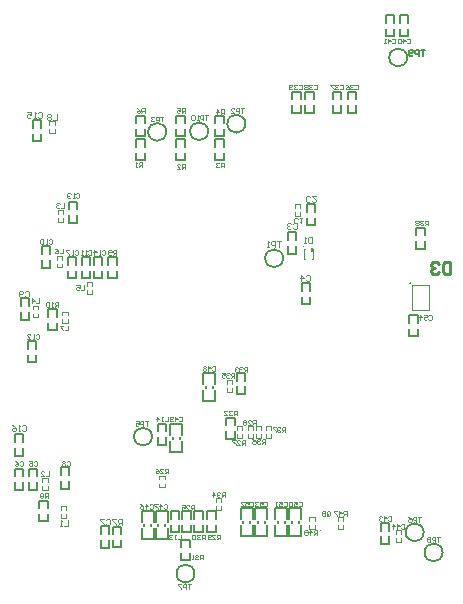
<source format=gbr>
%TF.GenerationSoftware,Altium Limited,Altium Designer,20.1.11 (218)*%
G04 Layer_Color=32896*
%FSLAX45Y45*%
%MOMM*%
%TF.SameCoordinates,C7425212-4277-447C-8971-9BA6FDDE4791*%
%TF.FilePolarity,Positive*%
%TF.FileFunction,Legend,Bot*%
%TF.Part,Single*%
G01*
G75*
%TA.AperFunction,NonConductor*%
%ADD51C,0.20000*%
%ADD64C,0.10000*%
%ADD85C,0.15000*%
%ADD86C,0.15240*%
%ADD87C,0.12500*%
%ADD88C,0.25400*%
%ADD89C,0.15400*%
%ADD90R,0.15001X0.10003*%
%ADD91R,0.15001X0.09997*%
%ADD92R,0.15001X0.35001*%
%ADD93R,0.12502X0.35001*%
D51*
X4613503Y2662998D02*
G03*
X4613503Y2662998I-5000J0D01*
G01*
X3199998Y630001D02*
Y650001D01*
X3259998Y630001D02*
Y650001D01*
X3489999Y630001D02*
Y650001D01*
X3549999Y630001D02*
Y650001D01*
X2360001Y599998D02*
Y619998D01*
X2420001Y599998D02*
Y619998D01*
X3610000Y630002D02*
Y650002D01*
X3670000Y630002D02*
Y650002D01*
X3380002Y629998D02*
Y649998D01*
X3320002Y629998D02*
Y649998D01*
X2879999Y1770002D02*
Y1790001D01*
X2939999Y1770002D02*
Y1790001D01*
X2540000Y600000D02*
Y620000D01*
X2480000Y600000D02*
Y620000D01*
X2659998Y1339999D02*
Y1359999D01*
X2599998Y1339999D02*
Y1359999D01*
D64*
X3852500Y567501D02*
G03*
X3852500Y567501I-5000J0D01*
G01*
X3710002Y2972999D02*
G03*
X3710002Y2972999I-5000J0D01*
G01*
X3715004Y2863000D02*
X3720002D01*
X3780002D02*
X3785001D01*
X3715004Y2952997D02*
X3720002D01*
X3780002D02*
X3785001D01*
Y2863000D02*
Y2952997D01*
X3715004Y2863000D02*
Y2952997D01*
X2003326Y2933329D02*
X2009990Y2939994D01*
X2023319D01*
X2029984Y2933329D01*
Y2906671D01*
X2023319Y2900007D01*
X2009990D01*
X2003326Y2906671D01*
X1989997Y2900007D02*
X1976668D01*
X1983332D01*
Y2939994D01*
X1989997Y2933329D01*
X1936681Y2900007D02*
Y2939994D01*
X1956674Y2920000D01*
X1930016D01*
X4426658Y683329D02*
X4433322Y689994D01*
X4446652D01*
X4453316Y683329D01*
Y656671D01*
X4446652Y650007D01*
X4433322D01*
X4426658Y656671D01*
X4393335Y650007D02*
Y689994D01*
X4413329Y670000D01*
X4386671D01*
X4373342Y683329D02*
X4366678Y689994D01*
X4353348D01*
X4346684Y683329D01*
Y676665D01*
X4353348Y670000D01*
X4360013D01*
X4353348D01*
X4346684Y663335D01*
Y656671D01*
X4353348Y650007D01*
X4366678D01*
X4373342Y656671D01*
X4586658Y4723329D02*
X4593322Y4729993D01*
X4606651D01*
X4613316Y4723329D01*
Y4696671D01*
X4606651Y4690006D01*
X4593322D01*
X4586658Y4696671D01*
X4553335Y4690006D02*
Y4729993D01*
X4573329Y4710000D01*
X4546671D01*
X4533342Y4723329D02*
X4526678Y4729993D01*
X4513348D01*
X4506684Y4723329D01*
Y4696671D01*
X4513348Y4690006D01*
X4526678D01*
X4533342Y4696671D01*
Y4723329D01*
X4459993Y4723329D02*
X4466658Y4729994D01*
X4479987D01*
X4486651Y4723329D01*
Y4696671D01*
X4479987Y4690007D01*
X4466658D01*
X4459993Y4696671D01*
X4426671Y4690007D02*
Y4729994D01*
X4446664Y4710000D01*
X4420006D01*
X4406677Y4690007D02*
X4393349D01*
X4400013D01*
Y4729994D01*
X4406677Y4723329D01*
X1553331Y1068501D02*
Y1028514D01*
X1526673D01*
X1486686D02*
X1513344D01*
X1486686Y1055172D01*
Y1061837D01*
X1493350Y1068501D01*
X1506679D01*
X1513344Y1061837D01*
X1553326Y3023329D02*
X1559990Y3029994D01*
X1573319D01*
X1579984Y3023329D01*
Y2996671D01*
X1573319Y2990007D01*
X1559990D01*
X1553326Y2996671D01*
X1539997Y2990007D02*
X1526668D01*
X1533332D01*
Y3029994D01*
X1539997Y3023329D01*
X1506674D02*
X1500010Y3029994D01*
X1486681D01*
X1480016Y3023329D01*
Y2996671D01*
X1486681Y2990007D01*
X1500010D01*
X1506674Y2996671D01*
Y3023329D01*
X2899977Y4079994D02*
X2873319D01*
X2886648D01*
Y4040007D01*
X2859990D02*
Y4079994D01*
X2839997D01*
X2833332Y4073329D01*
Y4060000D01*
X2839997Y4053336D01*
X2859990D01*
X2820003Y4040007D02*
X2806674D01*
X2813339D01*
Y4079994D01*
X2820003Y4073329D01*
X2786681D02*
X2780016Y4079994D01*
X2766687D01*
X2760023Y4073329D01*
Y4046671D01*
X2766687Y4040007D01*
X2780016D01*
X2786681Y4046671D01*
Y4073329D01*
X4863316Y509994D02*
X4836658D01*
X4849987D01*
Y470007D01*
X4823329D02*
Y509994D01*
X4803335D01*
X4796671Y503329D01*
Y490000D01*
X4803335Y483336D01*
X4823329D01*
X4783342Y503329D02*
X4776678Y509994D01*
X4763348D01*
X4756684Y503329D01*
Y496665D01*
X4763348Y490000D01*
X4756684Y483336D01*
Y476671D01*
X4763348Y470007D01*
X4776678D01*
X4783342Y476671D01*
Y483336D01*
X4776678Y490000D01*
X4783342Y496665D01*
Y503329D01*
X4776678Y490000D02*
X4763348D01*
X2753316Y109994D02*
X2726658D01*
X2739987D01*
Y70007D01*
X2713329D02*
Y109994D01*
X2693335D01*
X2686671Y103329D01*
Y90000D01*
X2693335Y83336D01*
X2713329D01*
X2673342Y109994D02*
X2646684D01*
Y103329D01*
X2673342Y76671D01*
Y70007D01*
X4703316Y679994D02*
X4676658D01*
X4689987D01*
Y640007D01*
X4663329D02*
Y679994D01*
X4643335D01*
X4636671Y673329D01*
Y660000D01*
X4643335Y653335D01*
X4663329D01*
X4596684Y679994D02*
X4610013Y673329D01*
X4623342Y660000D01*
Y646671D01*
X4616678Y640007D01*
X4603348D01*
X4596684Y646671D01*
Y653335D01*
X4603348Y660000D01*
X4623342D01*
X2393316Y1489994D02*
X2366658D01*
X2379987D01*
Y1450007D01*
X2353329D02*
Y1489994D01*
X2333335D01*
X2326671Y1483329D01*
Y1470000D01*
X2333335Y1463336D01*
X2353329D01*
X2286684Y1489994D02*
X2313342D01*
Y1470000D01*
X2300013Y1476665D01*
X2293348D01*
X2286684Y1470000D01*
Y1456671D01*
X2293348Y1450007D01*
X2306678D01*
X2313342Y1456671D01*
X2523316Y4069994D02*
X2496658D01*
X2509987D01*
Y4030007D01*
X2483329D02*
Y4069994D01*
X2463335D01*
X2456671Y4063329D01*
Y4050000D01*
X2463335Y4043336D01*
X2483329D01*
X2443342Y4063329D02*
X2436677Y4069994D01*
X2423348D01*
X2416684Y4063329D01*
Y4056665D01*
X2423348Y4050000D01*
X2430013D01*
X2423348D01*
X2416684Y4043336D01*
Y4036671D01*
X2423348Y4030007D01*
X2436677D01*
X2443342Y4036671D01*
X3203316Y4139993D02*
X3176658D01*
X3189987D01*
Y4100007D01*
X3163329D02*
Y4139993D01*
X3143335D01*
X3136671Y4133329D01*
Y4120000D01*
X3143335Y4113335D01*
X3163329D01*
X3096684Y4100007D02*
X3123342D01*
X3096684Y4126665D01*
Y4133329D01*
X3103348Y4139993D01*
X3116678D01*
X3123342Y4133329D01*
X3518314Y3014992D02*
X3484992D01*
X3501653D01*
Y2965008D01*
X3468330D02*
Y3014992D01*
X3443339D01*
X3435008Y3006661D01*
Y2990000D01*
X3443339Y2981669D01*
X3468330D01*
X3418347Y2965008D02*
X3401686D01*
X3410016D01*
Y3014992D01*
X3418347Y3006661D01*
X3823316Y530007D02*
Y569994D01*
X3803322D01*
X3796658Y563329D01*
Y550000D01*
X3803322Y543335D01*
X3823316D01*
X3809987D02*
X3796658Y530007D01*
X3763335D02*
Y569994D01*
X3783329Y550000D01*
X3756671D01*
X3743342Y563329D02*
X3736678Y569994D01*
X3723348D01*
X3716684Y563329D01*
Y556665D01*
X3723348Y550000D01*
X3716684Y543335D01*
Y536671D01*
X3723348Y530007D01*
X3736678D01*
X3743342Y536671D01*
Y543335D01*
X3736678Y550000D01*
X3743342Y556665D01*
Y563329D01*
X3736678Y550000D02*
X3723348D01*
X4073316Y690007D02*
Y729994D01*
X4053322D01*
X4046658Y723329D01*
Y710000D01*
X4053322Y703336D01*
X4073316D01*
X4059987D02*
X4046658Y690007D01*
X4013335D02*
Y729994D01*
X4033329Y710000D01*
X4006671D01*
X3993342Y729994D02*
X3966684D01*
Y723329D01*
X3993342Y696671D01*
Y690007D01*
X4763316Y3150007D02*
Y3189994D01*
X4743322D01*
X4736658Y3183329D01*
Y3170000D01*
X4743322Y3163336D01*
X4763316D01*
X4749987D02*
X4736658Y3150007D01*
X4723329Y3183329D02*
X4716664Y3189994D01*
X4703335D01*
X4696671Y3183329D01*
Y3176665D01*
X4703335Y3170000D01*
X4710000D01*
X4703335D01*
X4696671Y3163336D01*
Y3156671D01*
X4703335Y3150007D01*
X4716664D01*
X4723329Y3156671D01*
X4683342Y3183329D02*
X4676677Y3189994D01*
X4663348D01*
X4656684Y3183329D01*
Y3176665D01*
X4663348Y3170000D01*
X4656684Y3163336D01*
Y3156671D01*
X4663348Y3150007D01*
X4676677D01*
X4683342Y3156671D01*
Y3163336D01*
X4676677Y3170000D01*
X4683342Y3176665D01*
Y3183329D01*
X4676677Y3170000D02*
X4663348D01*
X3553316Y1400007D02*
Y1439994D01*
X3533322D01*
X3526658Y1433329D01*
Y1420000D01*
X3533322Y1413336D01*
X3553316D01*
X3539987D02*
X3526658Y1400007D01*
X3513329Y1433329D02*
X3506665Y1439994D01*
X3493335D01*
X3486671Y1433329D01*
Y1426665D01*
X3493335Y1420000D01*
X3500000D01*
X3493335D01*
X3486671Y1413336D01*
Y1406671D01*
X3493335Y1400007D01*
X3506665D01*
X3513329Y1406671D01*
X3473342Y1439994D02*
X3446684D01*
Y1433329D01*
X3473342Y1406671D01*
Y1400007D01*
X3383316Y1300007D02*
Y1339994D01*
X3363322D01*
X3356658Y1333329D01*
Y1320000D01*
X3363322Y1313335D01*
X3383316D01*
X3369987D02*
X3356658Y1300007D01*
X3343329Y1333329D02*
X3336664Y1339994D01*
X3323335D01*
X3316671Y1333329D01*
Y1326665D01*
X3323335Y1320000D01*
X3330000D01*
X3323335D01*
X3316671Y1313335D01*
Y1306671D01*
X3323335Y1300007D01*
X3336664D01*
X3343329Y1306671D01*
X3276684Y1339994D02*
X3290013Y1333329D01*
X3303342Y1320000D01*
Y1306671D01*
X3296677Y1300007D01*
X3283348D01*
X3276684Y1306671D01*
Y1313335D01*
X3283348Y1320000D01*
X3303342D01*
X3123316Y1860007D02*
Y1899994D01*
X3103322D01*
X3096658Y1893329D01*
Y1880000D01*
X3103322Y1873336D01*
X3123316D01*
X3109987D02*
X3096658Y1860007D01*
X3083329Y1893329D02*
X3076664Y1899994D01*
X3063335D01*
X3056671Y1893329D01*
Y1886665D01*
X3063335Y1880000D01*
X3070000D01*
X3063335D01*
X3056671Y1873336D01*
Y1866671D01*
X3063335Y1860007D01*
X3076664D01*
X3083329Y1866671D01*
X3016684Y1899994D02*
X3043342D01*
Y1880000D01*
X3030013Y1886665D01*
X3023348D01*
X3016684Y1880000D01*
Y1866671D01*
X3023348Y1860007D01*
X3036677D01*
X3043342Y1866671D01*
X3043316Y850007D02*
Y889994D01*
X3023322D01*
X3016658Y883329D01*
Y870000D01*
X3023322Y863336D01*
X3043316D01*
X3029987D02*
X3016658Y850007D01*
X3003329Y883329D02*
X2996665Y889994D01*
X2983335D01*
X2976671Y883329D01*
Y876665D01*
X2983335Y870000D01*
X2990000D01*
X2983335D01*
X2976671Y863336D01*
Y856671D01*
X2983335Y850007D01*
X2996665D01*
X3003329Y856671D01*
X2943348Y850007D02*
Y889994D01*
X2963342Y870000D01*
X2936684D01*
X3233316Y1910007D02*
Y1949994D01*
X3213322D01*
X3206658Y1943329D01*
Y1930000D01*
X3213322Y1923335D01*
X3233316D01*
X3219987D02*
X3206658Y1910007D01*
X3193329Y1943329D02*
X3186664Y1949994D01*
X3173335D01*
X3166671Y1943329D01*
Y1936665D01*
X3173335Y1930000D01*
X3180000D01*
X3173335D01*
X3166671Y1923335D01*
Y1916671D01*
X3173335Y1910007D01*
X3186664D01*
X3193329Y1916671D01*
X3153342Y1943329D02*
X3146677Y1949994D01*
X3133348D01*
X3126684Y1943329D01*
Y1936665D01*
X3133348Y1930000D01*
X3140013D01*
X3133348D01*
X3126684Y1923335D01*
Y1916671D01*
X3133348Y1910007D01*
X3146677D01*
X3153342Y1916671D01*
X3143316Y1540007D02*
Y1579994D01*
X3123322D01*
X3116658Y1573329D01*
Y1560000D01*
X3123322Y1553335D01*
X3143316D01*
X3129987D02*
X3116658Y1540007D01*
X3103329Y1573329D02*
X3096664Y1579994D01*
X3083335D01*
X3076671Y1573329D01*
Y1566665D01*
X3083335Y1560000D01*
X3090000D01*
X3083335D01*
X3076671Y1553335D01*
Y1546671D01*
X3083335Y1540007D01*
X3096664D01*
X3103329Y1546671D01*
X3036684Y1540007D02*
X3063342D01*
X3036684Y1566665D01*
Y1573329D01*
X3043348Y1579994D01*
X3056677D01*
X3063342Y1573329D01*
X2856651Y320007D02*
Y359994D01*
X2836658D01*
X2829993Y353329D01*
Y340000D01*
X2836658Y333336D01*
X2856651D01*
X2843322D02*
X2829993Y320007D01*
X2816664Y353329D02*
X2810000Y359994D01*
X2796671D01*
X2790006Y353329D01*
Y346665D01*
X2796671Y340000D01*
X2803336D01*
X2796671D01*
X2790006Y333336D01*
Y326671D01*
X2796671Y320007D01*
X2810000D01*
X2816664Y326671D01*
X2776677Y320007D02*
X2763349D01*
X2770013D01*
Y359994D01*
X2776677Y353329D01*
X2873316Y490007D02*
Y529994D01*
X2853322D01*
X2846658Y523329D01*
Y510000D01*
X2853322Y503336D01*
X2873316D01*
X2859987D02*
X2846658Y490007D01*
X2833329Y523329D02*
X2826664Y529994D01*
X2813335D01*
X2806671Y523329D01*
Y516665D01*
X2813335Y510000D01*
X2820000D01*
X2813335D01*
X2806671Y503336D01*
Y496671D01*
X2813335Y490007D01*
X2826664D01*
X2833329Y496671D01*
X2793342Y523329D02*
X2786677Y529994D01*
X2773348D01*
X2766684Y523329D01*
Y496671D01*
X2773348Y490007D01*
X2786677D01*
X2793342Y496671D01*
Y523329D01*
X3003316Y490007D02*
Y529994D01*
X2983322D01*
X2976658Y523329D01*
Y510000D01*
X2983322Y503336D01*
X3003316D01*
X2989987D02*
X2976658Y490007D01*
X2936671D02*
X2963329D01*
X2936671Y516665D01*
Y523329D01*
X2943335Y529994D01*
X2956664D01*
X2963329Y523329D01*
X2923342Y496671D02*
X2916677Y490007D01*
X2903348D01*
X2896684Y496671D01*
Y523329D01*
X2903348Y529994D01*
X2916677D01*
X2923342Y523329D01*
Y516665D01*
X2916677Y510000D01*
X2896684D01*
X3303316Y1460007D02*
Y1499994D01*
X3283322D01*
X3276658Y1493329D01*
Y1480000D01*
X3283322Y1473336D01*
X3303316D01*
X3289987D02*
X3276658Y1460007D01*
X3236671D02*
X3263329D01*
X3236671Y1486665D01*
Y1493329D01*
X3243335Y1499994D01*
X3256665D01*
X3263329Y1493329D01*
X3223342D02*
X3216678Y1499994D01*
X3203348D01*
X3196684Y1493329D01*
Y1486665D01*
X3203348Y1480000D01*
X3196684Y1473336D01*
Y1466671D01*
X3203348Y1460007D01*
X3216678D01*
X3223342Y1466671D01*
Y1473336D01*
X3216678Y1480000D01*
X3223342Y1486665D01*
Y1493329D01*
X3216678Y1480000D02*
X3203348D01*
X3213316Y1290007D02*
Y1329994D01*
X3193322D01*
X3186658Y1323329D01*
Y1310000D01*
X3193322Y1303335D01*
X3213316D01*
X3199987D02*
X3186658Y1290007D01*
X3146671D02*
X3173329D01*
X3146671Y1316665D01*
Y1323329D01*
X3153335Y1329994D01*
X3166664D01*
X3173329Y1323329D01*
X3133342Y1329994D02*
X3106684D01*
Y1323329D01*
X3133342Y1296671D01*
Y1290007D01*
X2563316Y1050007D02*
Y1089994D01*
X2543322D01*
X2536658Y1083329D01*
Y1070000D01*
X2543322Y1063335D01*
X2563316D01*
X2549987D02*
X2536658Y1050007D01*
X2496671D02*
X2523329D01*
X2496671Y1076665D01*
Y1083329D01*
X2503335Y1089994D01*
X2516665D01*
X2523329Y1083329D01*
X2456684Y1089994D02*
X2470013Y1083329D01*
X2483342Y1070000D01*
Y1056671D01*
X2476678Y1050007D01*
X2463348D01*
X2456684Y1056671D01*
Y1063335D01*
X2463348Y1070000D01*
X2483342D01*
X2783316Y740007D02*
Y779994D01*
X2763322D01*
X2756658Y773329D01*
Y760000D01*
X2763322Y753336D01*
X2783316D01*
X2769987D02*
X2756658Y740007D01*
X2716671D02*
X2743329D01*
X2716671Y766665D01*
Y773329D01*
X2723335Y779994D01*
X2736664D01*
X2743329Y773329D01*
X2676684Y779994D02*
X2703342D01*
Y760000D01*
X2690013Y766665D01*
X2683348D01*
X2676684Y760000D01*
Y746671D01*
X2683348Y740007D01*
X2696677D01*
X2703342Y746671D01*
X1629984Y2460007D02*
Y2499994D01*
X1609990D01*
X1603325Y2493329D01*
Y2480000D01*
X1609990Y2473336D01*
X1629984D01*
X1616655D02*
X1603325Y2460007D01*
X1589997D02*
X1576668D01*
X1583332D01*
Y2499994D01*
X1589997Y2493329D01*
X1556674D02*
X1550010Y2499994D01*
X1536680D01*
X1530016Y2493329D01*
Y2466671D01*
X1536680Y2460007D01*
X1550010D01*
X1556674Y2466671D01*
Y2493329D01*
X2123325Y2900007D02*
Y2939994D01*
X2103331D01*
X2096667Y2933330D01*
Y2920001D01*
X2103331Y2913336D01*
X2123325D01*
X2109996D02*
X2096667Y2900007D01*
X2083338Y2906672D02*
X2076673Y2900007D01*
X2063344D01*
X2056680Y2906672D01*
Y2933330D01*
X2063344Y2939994D01*
X2076673D01*
X2083338Y2933330D01*
Y2926665D01*
X2076673Y2920001D01*
X2056680D01*
X1543323Y840007D02*
Y879994D01*
X1523329D01*
X1516664Y873329D01*
Y860000D01*
X1523329Y853336D01*
X1543323D01*
X1529994D02*
X1516664Y840007D01*
X1503336Y873329D02*
X1496671Y879994D01*
X1483342D01*
X1476678Y873329D01*
Y866665D01*
X1483342Y860000D01*
X1476678Y853336D01*
Y846671D01*
X1483342Y840007D01*
X1496671D01*
X1503336Y846671D01*
Y853336D01*
X1496671Y860000D01*
X1503336Y866665D01*
Y873329D01*
X1496671Y860000D02*
X1483342D01*
X2171653Y615008D02*
Y664992D01*
X2146661D01*
X2138330Y656661D01*
Y640000D01*
X2146661Y631669D01*
X2171653D01*
X2154992D02*
X2138330Y615008D01*
X2121669Y664992D02*
X2088347D01*
Y656661D01*
X2121669Y623339D01*
Y615008D01*
X2363322Y4100007D02*
Y4139993D01*
X2343329D01*
X2336664Y4133329D01*
Y4120000D01*
X2343329Y4113335D01*
X2363322D01*
X2349994D02*
X2336664Y4100007D01*
X2296677Y4139993D02*
X2310007Y4133329D01*
X2323335Y4120000D01*
Y4106671D01*
X2316671Y4100007D01*
X2303342D01*
X2296677Y4106671D01*
Y4113335D01*
X2303342Y4120000D01*
X2323335D01*
X2703323Y4100007D02*
Y4139993D01*
X2683329D01*
X2676664Y4133329D01*
Y4120000D01*
X2683329Y4113335D01*
X2703323D01*
X2689994D02*
X2676664Y4100007D01*
X2636677Y4139993D02*
X2663336D01*
Y4120000D01*
X2650007Y4126665D01*
X2643342D01*
X2636677Y4120000D01*
Y4106671D01*
X2643342Y4100007D01*
X2656671D01*
X2663336Y4106671D01*
X3033323Y4090007D02*
Y4129994D01*
X3013329D01*
X3006665Y4123329D01*
Y4110000D01*
X3013329Y4103335D01*
X3033323D01*
X3019994D02*
X3006665Y4090007D01*
X2973342D02*
Y4129994D01*
X2993336Y4110000D01*
X2966678D01*
X3033323Y3640007D02*
Y3679994D01*
X3013329D01*
X3006665Y3673329D01*
Y3660000D01*
X3013329Y3653336D01*
X3033323D01*
X3019994D02*
X3006665Y3640007D01*
X2993336Y3673329D02*
X2986671Y3679994D01*
X2973342D01*
X2966678Y3673329D01*
Y3666665D01*
X2973342Y3660000D01*
X2980007D01*
X2973342D01*
X2966678Y3653336D01*
Y3646671D01*
X2973342Y3640007D01*
X2986671D01*
X2993336Y3646671D01*
X2703323Y3630007D02*
Y3669994D01*
X2683329D01*
X2676664Y3663329D01*
Y3650000D01*
X2683329Y3643336D01*
X2703323D01*
X2689994D02*
X2676664Y3630007D01*
X2636677D02*
X2663336D01*
X2636677Y3656665D01*
Y3663329D01*
X2643342Y3669994D01*
X2656671D01*
X2663336Y3663329D01*
X2341258Y3644607D02*
Y3684594D01*
X2321264D01*
X2314600Y3677929D01*
Y3664600D01*
X2321264Y3657936D01*
X2341258D01*
X2327929D02*
X2314600Y3644607D01*
X2301271D02*
X2287942D01*
X2294607D01*
Y3684594D01*
X2301271Y3677929D01*
X3906665Y696671D02*
Y723329D01*
X3913329Y729994D01*
X3926658D01*
X3933323Y723329D01*
Y696671D01*
X3926658Y690007D01*
X3913329D01*
X3919994Y703336D02*
X3906665Y690007D01*
X3913329D02*
X3906665Y696671D01*
X3893336Y723329D02*
X3886671Y729994D01*
X3873342D01*
X3866678Y723329D01*
Y716665D01*
X3873342Y710000D01*
X3866678Y703336D01*
Y696671D01*
X3873342Y690007D01*
X3886671D01*
X3893336Y696671D01*
Y703336D01*
X3886671Y710000D01*
X3893336Y716665D01*
Y723329D01*
X3886671Y710000D02*
X3873342D01*
X2559984Y1529994D02*
Y1490007D01*
X2533326D01*
X2519997D02*
X2506668D01*
X2513332D01*
Y1529994D01*
X2519997Y1523329D01*
X2466681Y1490007D02*
Y1529994D01*
X2486674Y1510000D01*
X2460016D01*
X2669984Y529994D02*
Y490007D01*
X2643326D01*
X2629997D02*
X2616668D01*
X2623332D01*
Y529994D01*
X2629997Y523329D01*
X2596674D02*
X2590010Y529994D01*
X2576681D01*
X2570016Y523329D01*
Y516665D01*
X2576681Y510000D01*
X2583345D01*
X2576681D01*
X2570016Y503336D01*
Y496671D01*
X2576681Y490007D01*
X2590010D01*
X2596674Y496671D01*
X1621653Y4094992D02*
Y4045008D01*
X1588330D01*
X1571669Y4086661D02*
X1563339Y4094992D01*
X1546677D01*
X1538347Y4086661D01*
Y4078331D01*
X1546677Y4070000D01*
X1538347Y4061669D01*
Y4053339D01*
X1546677Y4045008D01*
X1563339D01*
X1571669Y4053339D01*
Y4061669D01*
X1563339Y4070000D01*
X1571669Y4078331D01*
Y4086661D01*
X1563339Y4070000D02*
X1546677D01*
X1713322Y2299994D02*
Y2260007D01*
X1686664D01*
X1673335Y2299994D02*
X1646677D01*
Y2293329D01*
X1673335Y2266671D01*
Y2260007D01*
X1673317Y2951489D02*
Y2911502D01*
X1646659D01*
X1606672Y2951489D02*
X1620001Y2944824D01*
X1633330Y2931495D01*
Y2918166D01*
X1626665Y2911502D01*
X1613336D01*
X1606672Y2918166D01*
Y2924831D01*
X1613336Y2931495D01*
X1633330D01*
X1853322Y2639994D02*
Y2600007D01*
X1826664D01*
X1786677Y2639994D02*
X1813335D01*
Y2620000D01*
X1800007Y2626665D01*
X1793342D01*
X1786677Y2620000D01*
Y2606671D01*
X1793342Y2600007D01*
X1806671D01*
X1813335Y2606671D01*
X1473322Y2529994D02*
Y2490007D01*
X1446664D01*
X1413342D02*
Y2529994D01*
X1433335Y2510000D01*
X1406677D01*
X1683323Y3339994D02*
Y3300007D01*
X1656664D01*
X1643336Y3333329D02*
X1636671Y3339994D01*
X1623342D01*
X1616677Y3333329D01*
Y3326665D01*
X1623342Y3320000D01*
X1630007D01*
X1623342D01*
X1616677Y3313336D01*
Y3306671D01*
X1623342Y3300007D01*
X1636671D01*
X1643336Y3306671D01*
X1713322Y654992D02*
Y605008D01*
X1680000D01*
X1663339D02*
X1646677D01*
X1655008D01*
Y654992D01*
X1663339Y646661D01*
X3783324Y3052991D02*
Y3003007D01*
X3758332D01*
X3750002Y3011338D01*
Y3044660D01*
X3758332Y3052991D01*
X3783324D01*
X3733341Y3003007D02*
X3716679D01*
X3725010D01*
Y3052991D01*
X3733341Y3044660D01*
X4766658Y2383329D02*
X4773322Y2389993D01*
X4786652D01*
X4793316Y2383329D01*
Y2356671D01*
X4786652Y2350006D01*
X4773322D01*
X4766658Y2356671D01*
X4726671Y2389993D02*
X4753329D01*
Y2370000D01*
X4740000Y2376665D01*
X4733335D01*
X4726671Y2370000D01*
Y2356671D01*
X4733335Y2350006D01*
X4746665D01*
X4753329Y2356671D01*
X4693348Y2350006D02*
Y2389993D01*
X4713342Y2370000D01*
X4686684D01*
X3376658Y803329D02*
X3383322Y809994D01*
X3396651D01*
X3403316Y803329D01*
Y776671D01*
X3396651Y770007D01*
X3383322D01*
X3376658Y776671D01*
X3336671Y809994D02*
X3363329D01*
Y790000D01*
X3350000Y796665D01*
X3343335D01*
X3336671Y790000D01*
Y776671D01*
X3343335Y770007D01*
X3356664D01*
X3363329Y776671D01*
X3323342Y803329D02*
X3316677Y809994D01*
X3303348D01*
X3296684Y803329D01*
Y796665D01*
X3303348Y790000D01*
X3310013D01*
X3303348D01*
X3296684Y783335D01*
Y776671D01*
X3303348Y770007D01*
X3316677D01*
X3323342Y776671D01*
X3256658Y803329D02*
X3263322Y809994D01*
X3276651D01*
X3283316Y803329D01*
Y776671D01*
X3276651Y770007D01*
X3263322D01*
X3256658Y776671D01*
X3216671Y809994D02*
X3243329D01*
Y790000D01*
X3230000Y796665D01*
X3223335D01*
X3216671Y790000D01*
Y776671D01*
X3223335Y770007D01*
X3236664D01*
X3243329Y776671D01*
X3176684Y770007D02*
X3203342D01*
X3176684Y796665D01*
Y803329D01*
X3183348Y809994D01*
X3196677D01*
X3203342Y803329D01*
X3539993D02*
X3546658Y809994D01*
X3559987D01*
X3566651Y803329D01*
Y776671D01*
X3559987Y770007D01*
X3546658D01*
X3539993Y776671D01*
X3500006Y809994D02*
X3526665D01*
Y790000D01*
X3513336Y796665D01*
X3506671D01*
X3500006Y790000D01*
Y776671D01*
X3506671Y770007D01*
X3520000D01*
X3526665Y776671D01*
X3486678Y770007D02*
X3473349D01*
X3480013D01*
Y809994D01*
X3486678Y803329D01*
X3666658D02*
X3673322Y809994D01*
X3686652D01*
X3693316Y803329D01*
Y776671D01*
X3686652Y770007D01*
X3673322D01*
X3666658Y776671D01*
X3626671Y809994D02*
X3653329D01*
Y790000D01*
X3640000Y796665D01*
X3633335D01*
X3626671Y790000D01*
Y776671D01*
X3633335Y770007D01*
X3646665D01*
X3653329Y776671D01*
X3613342Y803329D02*
X3606678Y809994D01*
X3593348D01*
X3586684Y803329D01*
Y776671D01*
X3593348Y770007D01*
X3606678D01*
X3613342Y776671D01*
Y803329D01*
X2656658Y1523329D02*
X2663322Y1529994D01*
X2676651D01*
X2683316Y1523329D01*
Y1496671D01*
X2676651Y1490007D01*
X2663322D01*
X2656658Y1496671D01*
X2623335Y1490007D02*
Y1529994D01*
X2643329Y1510000D01*
X2616671D01*
X2603342Y1496671D02*
X2596678Y1490007D01*
X2583348D01*
X2576684Y1496671D01*
Y1523329D01*
X2583348Y1529994D01*
X2596678D01*
X2603342Y1523329D01*
Y1516665D01*
X2596678Y1510000D01*
X2576684D01*
X2936658Y1953329D02*
X2943322Y1959994D01*
X2956651D01*
X2963316Y1953329D01*
Y1926671D01*
X2956651Y1920007D01*
X2943322D01*
X2936658Y1926671D01*
X2903335Y1920007D02*
Y1959994D01*
X2923329Y1940000D01*
X2896671D01*
X2883342Y1953329D02*
X2876678Y1959994D01*
X2863348D01*
X2856684Y1953329D01*
Y1946665D01*
X2863348Y1940000D01*
X2856684Y1933335D01*
Y1926671D01*
X2863348Y1920007D01*
X2876678D01*
X2883342Y1926671D01*
Y1933335D01*
X2876678Y1940000D01*
X2883342Y1946665D01*
Y1953329D01*
X2876678Y1940000D02*
X2863348D01*
X2526658Y783329D02*
X2533322Y789994D01*
X2546651D01*
X2553316Y783329D01*
Y756671D01*
X2546651Y750007D01*
X2533322D01*
X2526658Y756671D01*
X2493335Y750007D02*
Y789994D01*
X2513329Y770000D01*
X2486671D01*
X2473342Y789994D02*
X2446684D01*
Y783329D01*
X2473342Y756671D01*
Y750007D01*
X2406658Y783329D02*
X2413322Y789994D01*
X2426651D01*
X2433316Y783329D01*
Y756671D01*
X2426651Y750007D01*
X2413322D01*
X2406658Y756671D01*
X2373335Y750007D02*
Y789994D01*
X2393329Y770000D01*
X2366671D01*
X2326684Y789994D02*
X2340013Y783329D01*
X2353342Y770000D01*
Y756671D01*
X2346678Y750007D01*
X2333348D01*
X2326684Y756671D01*
Y763336D01*
X2333348Y770000D01*
X2353342D01*
X4536658Y613329D02*
X4543322Y619993D01*
X4556652D01*
X4563316Y613329D01*
Y586671D01*
X4556652Y580006D01*
X4543322D01*
X4536658Y586671D01*
X4503335Y580006D02*
Y619993D01*
X4523329Y600000D01*
X4496671D01*
X4463348Y580006D02*
Y619993D01*
X4483342Y600000D01*
X4456684D01*
X3666658Y4333329D02*
X3673322Y4339994D01*
X3686652D01*
X3693316Y4333329D01*
Y4306671D01*
X3686652Y4300007D01*
X3673322D01*
X3666658Y4306671D01*
X3653329Y4333329D02*
X3646665Y4339994D01*
X3633335D01*
X3626671Y4333329D01*
Y4326665D01*
X3633335Y4320000D01*
X3640000D01*
X3633335D01*
X3626671Y4313336D01*
Y4306671D01*
X3633335Y4300007D01*
X3646665D01*
X3653329Y4306671D01*
X3613342D02*
X3606678Y4300007D01*
X3593348D01*
X3586684Y4306671D01*
Y4333329D01*
X3593348Y4339994D01*
X3606678D01*
X3613342Y4333329D01*
Y4326665D01*
X3606678Y4320000D01*
X3586684D01*
X3796658Y4333329D02*
X3803322Y4339994D01*
X3816651D01*
X3823316Y4333329D01*
Y4306671D01*
X3816651Y4300007D01*
X3803322D01*
X3796658Y4306671D01*
X3783329Y4333329D02*
X3776665Y4339994D01*
X3763335D01*
X3756671Y4333329D01*
Y4326665D01*
X3763335Y4320000D01*
X3770000D01*
X3763335D01*
X3756671Y4313336D01*
Y4306671D01*
X3763335Y4300007D01*
X3776665D01*
X3783329Y4306671D01*
X3743342Y4333329D02*
X3736678Y4339994D01*
X3723348D01*
X3716684Y4333329D01*
Y4326665D01*
X3723348Y4320000D01*
X3716684Y4313336D01*
Y4306671D01*
X3723348Y4300007D01*
X3736678D01*
X3743342Y4306671D01*
Y4313336D01*
X3736678Y4320000D01*
X3743342Y4326665D01*
Y4333329D01*
X3736678Y4320000D02*
X3723348D01*
X4016656Y4333330D02*
X4023320Y4339994D01*
X4036649D01*
X4043314Y4333330D01*
Y4306672D01*
X4036649Y4300007D01*
X4023320D01*
X4016656Y4306672D01*
X4003327Y4333330D02*
X3996662Y4339994D01*
X3983333D01*
X3976669Y4333330D01*
Y4326665D01*
X3983333Y4320001D01*
X3989998D01*
X3983333D01*
X3976669Y4313336D01*
Y4306672D01*
X3983333Y4300007D01*
X3996662D01*
X4003327Y4306672D01*
X3963340Y4339994D02*
X3936682D01*
Y4333330D01*
X3963340Y4306672D01*
Y4300007D01*
X4146658Y4333329D02*
X4153322Y4339994D01*
X4166652D01*
X4173316Y4333329D01*
Y4306671D01*
X4166652Y4300007D01*
X4153322D01*
X4146658Y4306671D01*
X4133329Y4333329D02*
X4126665Y4339994D01*
X4113335D01*
X4106671Y4333329D01*
Y4326665D01*
X4113335Y4320000D01*
X4120000D01*
X4113335D01*
X4106671Y4313336D01*
Y4306671D01*
X4113335Y4300007D01*
X4126665D01*
X4133329Y4306671D01*
X4066684Y4339994D02*
X4080013Y4333329D01*
X4093342Y4320000D01*
Y4306671D01*
X4086678Y4300007D01*
X4073348D01*
X4066684Y4306671D01*
Y4313336D01*
X4073348Y4320000D01*
X4093342D01*
X1773326Y2933329D02*
X1779990Y2939994D01*
X1793319D01*
X1799984Y2933329D01*
Y2906671D01*
X1793319Y2900007D01*
X1779990D01*
X1773326Y2906671D01*
X1759997Y2900007D02*
X1746668D01*
X1753332D01*
Y2939994D01*
X1759997Y2933329D01*
X1726674Y2939994D02*
X1700016D01*
Y2933329D01*
X1726674Y2906671D01*
Y2900007D01*
X1329157Y1446664D02*
X1337487Y1454994D01*
X1354148D01*
X1362479Y1446664D01*
Y1413341D01*
X1354148Y1405010D01*
X1337487D01*
X1329157Y1413341D01*
X1312495Y1405010D02*
X1295834D01*
X1304165D01*
Y1454994D01*
X1312495Y1446664D01*
X1237520Y1454994D02*
X1254181Y1446664D01*
X1270842Y1430002D01*
Y1413341D01*
X1262512Y1405010D01*
X1245850D01*
X1237520Y1413341D01*
Y1421672D01*
X1245850Y1430002D01*
X1270842D01*
X1459157Y4096661D02*
X1467488Y4104992D01*
X1484149D01*
X1492480Y4096661D01*
Y4063339D01*
X1484149Y4055008D01*
X1467488D01*
X1459157Y4063339D01*
X1442496Y4055008D02*
X1425835D01*
X1434165D01*
Y4104992D01*
X1442496Y4096661D01*
X1367520Y4104992D02*
X1400843D01*
Y4080000D01*
X1384182Y4088331D01*
X1375851D01*
X1367520Y4080000D01*
Y4063339D01*
X1375851Y4055008D01*
X1392512D01*
X1400843Y4063339D01*
X1783326Y3413329D02*
X1789990Y3419994D01*
X1803319D01*
X1809984Y3413329D01*
Y3386671D01*
X1803319Y3380007D01*
X1789990D01*
X1783326Y3386671D01*
X1769997Y3380007D02*
X1756668D01*
X1763332D01*
Y3419994D01*
X1769997Y3413329D01*
X1736674D02*
X1730010Y3419994D01*
X1716681D01*
X1710016Y3413329D01*
Y3406665D01*
X1716681Y3400000D01*
X1723345D01*
X1716681D01*
X1710016Y3393336D01*
Y3386671D01*
X1716681Y3380007D01*
X1730010D01*
X1736674Y3386671D01*
X1443326Y2223329D02*
X1449990Y2229994D01*
X1463319D01*
X1469984Y2223329D01*
Y2196671D01*
X1463319Y2190007D01*
X1449990D01*
X1443326Y2196671D01*
X1429997Y2190007D02*
X1416668D01*
X1423332D01*
Y2229994D01*
X1429997Y2223329D01*
X1370016Y2190007D02*
X1396674D01*
X1370016Y2216665D01*
Y2223329D01*
X1376681Y2229994D01*
X1390010D01*
X1396674Y2223329D01*
X1886661Y2933329D02*
X1893326Y2939994D01*
X1906655D01*
X1913319Y2933329D01*
Y2906671D01*
X1906655Y2900007D01*
X1893326D01*
X1886661Y2906671D01*
X1873332Y2900007D02*
X1860003D01*
X1866668D01*
Y2939994D01*
X1873332Y2933329D01*
X1840010Y2900007D02*
X1826681D01*
X1833345D01*
Y2939994D01*
X1840010Y2933329D01*
X1348331Y2586661D02*
X1356661Y2594992D01*
X1373322D01*
X1381653Y2586661D01*
Y2553339D01*
X1373322Y2545008D01*
X1356661D01*
X1348331Y2553339D01*
X1331669D02*
X1323339Y2545008D01*
X1306678D01*
X1298347Y2553339D01*
Y2586661D01*
X1306678Y2594992D01*
X1323339D01*
X1331669Y2586661D01*
Y2578331D01*
X1323339Y2570000D01*
X1298347D01*
X1704166Y1148329D02*
X1710831Y1154993D01*
X1724160D01*
X1730824Y1148329D01*
Y1121671D01*
X1724160Y1115006D01*
X1710831D01*
X1704166Y1121671D01*
X1690837Y1148329D02*
X1684173Y1154993D01*
X1670844D01*
X1664179Y1148329D01*
Y1141664D01*
X1670844Y1135000D01*
X1664179Y1128335D01*
Y1121671D01*
X1670844Y1115006D01*
X1684173D01*
X1690837Y1121671D01*
Y1128335D01*
X1684173Y1135000D01*
X1690837Y1141664D01*
Y1148329D01*
X1684173Y1135000D02*
X1670844D01*
X2038330Y656661D02*
X2046661Y664992D01*
X2063322D01*
X2071653Y656661D01*
Y623339D01*
X2063322Y615008D01*
X2046661D01*
X2038330Y623339D01*
X2021669Y664992D02*
X1988347D01*
Y656661D01*
X2021669Y623339D01*
Y615008D01*
X1306664Y1143329D02*
X1313329Y1149994D01*
X1326658D01*
X1333322Y1143329D01*
Y1116671D01*
X1326658Y1110007D01*
X1313329D01*
X1306664Y1116671D01*
X1266677Y1149994D02*
X1280007Y1143329D01*
X1293335Y1130000D01*
Y1116671D01*
X1286671Y1110007D01*
X1273342D01*
X1266677Y1116671D01*
Y1123336D01*
X1273342Y1130000D01*
X1293335D01*
X1426664Y1143329D02*
X1433329Y1149994D01*
X1446658D01*
X1453322Y1143329D01*
Y1116671D01*
X1446658Y1110007D01*
X1433329D01*
X1426664Y1116671D01*
X1386677Y1149994D02*
X1413336D01*
Y1130000D01*
X1400007Y1136665D01*
X1393342D01*
X1386677Y1130000D01*
Y1116671D01*
X1393342Y1110007D01*
X1406671D01*
X1413336Y1116671D01*
X3728329Y2716662D02*
X3736659Y2724993D01*
X3753320D01*
X3761651Y2716662D01*
Y2683340D01*
X3753320Y2675009D01*
X3736659D01*
X3728329Y2683340D01*
X3686676Y2675009D02*
Y2724993D01*
X3711667Y2700001D01*
X3678345D01*
X3618332Y3156661D02*
X3626663Y3164992D01*
X3643324D01*
X3651655Y3156661D01*
Y3123339D01*
X3643324Y3115008D01*
X3626663D01*
X3618332Y3123339D01*
X3601671Y3156661D02*
X3593341Y3164992D01*
X3576679D01*
X3568349Y3156661D01*
Y3148331D01*
X3576679Y3140000D01*
X3585010D01*
X3576679D01*
X3568349Y3131669D01*
Y3123339D01*
X3576679Y3115008D01*
X3593341D01*
X3601671Y3123339D01*
X3761670Y3353339D02*
X3753339Y3345008D01*
X3736678D01*
X3728347Y3353339D01*
Y3386661D01*
X3736678Y3394992D01*
X3753339D01*
X3761670Y3386661D01*
X3811653Y3394992D02*
X3778331D01*
X3811653Y3361669D01*
Y3353339D01*
X3803323Y3345008D01*
X3786661D01*
X3778331Y3353339D01*
X3660000Y3173339D02*
X3651670Y3165008D01*
X3635008D01*
X3626678Y3173339D01*
Y3206661D01*
X3635008Y3214992D01*
X3651670D01*
X3660000Y3206661D01*
X3676661Y3214992D02*
X3693323D01*
X3684992D01*
Y3165008D01*
X3676661Y3173339D01*
D85*
X3536200Y2870000D02*
G03*
X3536200Y2870000I-76200J0D01*
G01*
X4586201Y4570001D02*
G03*
X4586201Y4570001I-76200J0D01*
G01*
X2901200Y3945000D02*
G03*
X2901200Y3945000I-76200J0D01*
G01*
X2546200Y3940000D02*
G03*
X2546200Y3940000I-76200J0D01*
G01*
X3216200Y4010000D02*
G03*
X3216200Y4010000I-76200J0D01*
G01*
X2786199Y199998D02*
G03*
X2786199Y199998I-76200J0D01*
G01*
X2426199Y1359998D02*
G03*
X2426199Y1359998I-76200J0D01*
G01*
X4886200Y380000D02*
G03*
X4886200Y380000I-76200J0D01*
G01*
X4726200Y550000D02*
G03*
X4726200Y550000I-76200J0D01*
G01*
D86*
X1994992Y534990D02*
Y599994D01*
Y419994D02*
Y484993D01*
X2064989Y534990D02*
Y599994D01*
Y419994D02*
Y484993D01*
X1994992Y419994D02*
X2064989D01*
X1994992Y599994D02*
X2064989D01*
X4475010Y4750010D02*
Y4815008D01*
Y4865011D02*
Y4930009D01*
X4405008Y4750010D02*
Y4815008D01*
Y4865011D02*
Y4930009D01*
X4475010D01*
X4405008Y4750010D02*
X4475010D01*
X4595008Y4750009D02*
Y4815008D01*
Y4865010D02*
Y4930009D01*
X4525006Y4750009D02*
Y4815008D01*
Y4865010D02*
Y4930009D01*
X4595008D01*
X4525006Y4750009D02*
X4595008D01*
X3179998Y665002D02*
Y757499D01*
Y522498D02*
Y615000D01*
X3279998Y665002D02*
Y757499D01*
Y522498D02*
Y615000D01*
X3179998Y522498D02*
X3279998D01*
X3179998Y757499D02*
X3279998D01*
X3469999Y664997D02*
Y757499D01*
Y522498D02*
Y615000D01*
X3569999Y664997D02*
Y757499D01*
Y522498D02*
Y615000D01*
X3469999Y522498D02*
X3569999D01*
X3469999Y757499D02*
X3569999D01*
X2340001Y634999D02*
Y727501D01*
Y492500D02*
Y585002D01*
X2440001Y634999D02*
Y727501D01*
Y492500D02*
Y585002D01*
X2340001Y492500D02*
X2440001D01*
X2340001Y727501D02*
X2440001D01*
X3590000Y664998D02*
Y757500D01*
Y522499D02*
Y615001D01*
X3690000Y664998D02*
Y757500D01*
Y522499D02*
Y615001D01*
X3590000Y522499D02*
X3690000D01*
X3590000Y757500D02*
X3690000D01*
X4435010Y450009D02*
Y515008D01*
Y565010D02*
Y630009D01*
X4365007Y450009D02*
Y515008D01*
Y565010D02*
Y630009D01*
X4435010D01*
X4365007Y450009D02*
X4435010D01*
X4662499Y2952501D02*
X4737501D01*
X4662499Y3127502D02*
X4737501D01*
X4662499Y3064998D02*
Y3127502D01*
Y2952501D02*
Y3015001D01*
X4737501Y3064998D02*
Y3127502D01*
Y2952501D02*
Y3015001D01*
X4604993Y2324990D02*
Y2389994D01*
Y2209989D02*
Y2274993D01*
X4674990Y2324990D02*
Y2389994D01*
Y2209989D02*
Y2274993D01*
X4604993Y2209989D02*
X4674990D01*
X4604993Y2389994D02*
X4674990D01*
X1657496Y1034989D02*
Y1099993D01*
Y919993D02*
Y984992D01*
X1727493Y1034989D02*
Y1099993D01*
Y919993D02*
Y984992D01*
X1657496Y919993D02*
X1727493D01*
X1657496Y1099993D02*
X1727493D01*
X1414993Y3974993D02*
Y4039992D01*
Y3859992D02*
Y3924991D01*
X1484990Y3974993D02*
Y4039992D01*
Y3859992D02*
Y3924991D01*
X1414993Y3859992D02*
X1484990D01*
X1414993Y4039992D02*
X1484990D01*
X2052504Y2877500D02*
X2127500D01*
X2052504Y2702500D02*
X2127500D01*
Y2764999D01*
Y2815001D02*
Y2877500D01*
X2052504Y2702500D02*
Y2764999D01*
Y2815001D02*
Y2877500D01*
X1494989Y2969995D02*
X1564991D01*
X1494989Y2789990D02*
X1564991D01*
Y2854994D01*
Y2904991D02*
Y2969995D01*
X1494989Y2789990D02*
Y2854994D01*
Y2904991D02*
Y2969995D01*
X1374990Y2104990D02*
Y2169994D01*
Y1989994D02*
Y2054993D01*
X1444993Y2104990D02*
Y2169994D01*
Y1989994D02*
Y2054993D01*
X1374990Y1989994D02*
X1444993D01*
X1374990Y2169994D02*
X1444993D01*
X2292498Y3877500D02*
X2367499D01*
X2292498Y3702499D02*
X2367499D01*
Y3764998D01*
Y3815001D02*
Y3877500D01*
X2292498Y3702499D02*
Y3764998D01*
Y3815001D02*
Y3877500D01*
X1714993Y2814991D02*
Y2879990D01*
Y2699990D02*
Y2764994D01*
X1784990Y2814991D02*
Y2879990D01*
Y2699990D02*
Y2764994D01*
X1714993Y2699990D02*
X1784990D01*
X1714993Y2879990D02*
X1784990D01*
X2632498Y3815003D02*
Y3877502D01*
Y3702501D02*
Y3765000D01*
X2707499Y3815003D02*
Y3877502D01*
Y3702501D02*
Y3765000D01*
X2632498Y3702501D02*
X2707499D01*
X2632498Y3877502D02*
X2707499D01*
X2962501D02*
X3037502D01*
X2962501Y3702501D02*
X3037502D01*
Y3765000D01*
Y3815003D02*
Y3877502D01*
X2962501Y3702501D02*
Y3765000D01*
Y3815003D02*
Y3877502D01*
X1834993Y2814989D02*
Y2879993D01*
Y2699993D02*
Y2764992D01*
X1904990Y2814989D02*
Y2879993D01*
Y2699993D02*
Y2764992D01*
X1834993Y2699993D02*
X1904990D01*
X1834993Y2879993D02*
X1904990D01*
X1314993Y2464992D02*
Y2529991D01*
Y2349991D02*
Y2414990D01*
X1384990Y2464992D02*
Y2529991D01*
Y2349991D02*
Y2414990D01*
X1314993Y2349991D02*
X1384990D01*
X1314993Y2529991D02*
X1384990D01*
X1725010Y3170009D02*
X1795007D01*
X1725010Y3350009D02*
X1795007D01*
X1725010Y3285010D02*
Y3350009D01*
Y3170009D02*
Y3235008D01*
X1795007Y3285010D02*
Y3350009D01*
Y3170009D02*
Y3235008D01*
X1934989Y2879990D02*
X2004991D01*
X1934989Y2699990D02*
X2004991D01*
Y2764989D01*
Y2814991D02*
Y2879990D01*
X1934989Y2699990D02*
Y2764989D01*
Y2814991D02*
Y2879990D01*
X1542502Y2375002D02*
Y2437502D01*
Y2262501D02*
Y2325000D01*
X1617498Y2375002D02*
Y2437502D01*
Y2262501D02*
Y2325000D01*
X1542502Y2262501D02*
X1617498D01*
X1542502Y2437502D02*
X1617498D01*
X1264994Y1379995D02*
X1334991D01*
X1264994Y1199995D02*
X1334991D01*
Y1264994D01*
Y1314991D02*
Y1379995D01*
X1264994Y1199995D02*
Y1264994D01*
Y1314991D02*
Y1379995D01*
X1385007Y910007D02*
X1455009D01*
X1385007Y1090007D02*
X1455009D01*
X1385007Y1025008D02*
Y1090007D01*
Y910007D02*
Y975006D01*
X1455009Y1025008D02*
Y1090007D01*
Y910007D02*
Y975006D01*
X2167502Y422499D02*
Y484998D01*
Y535000D02*
Y597500D01*
X2092501Y422499D02*
Y484998D01*
Y535000D02*
Y597500D01*
X2167502D01*
X2092501Y422499D02*
X2167502D01*
X1547502Y642499D02*
Y704998D01*
Y755001D02*
Y817500D01*
X1472501Y642499D02*
Y704998D01*
Y755001D02*
Y817500D01*
X1547502D01*
X1472501Y642499D02*
X1547502D01*
X1265009Y910009D02*
X1335007D01*
X1265009Y1090008D02*
X1335007D01*
X1265009Y1025010D02*
Y1090008D01*
Y910009D02*
Y975007D01*
X1335007Y1025010D02*
Y1090008D01*
Y910009D02*
Y975007D01*
X3037498Y3902498D02*
Y3964997D01*
Y4015000D02*
Y4077499D01*
X2962502Y3902498D02*
Y3964997D01*
Y4015000D02*
Y4077499D01*
X3037498D01*
X2962502Y3902498D02*
X3037498D01*
X3695007Y2480011D02*
X3765009D01*
X3695007Y2660010D02*
X3765009D01*
X3695007Y2595007D02*
Y2660010D01*
Y2480011D02*
Y2545009D01*
X3765009Y2595007D02*
Y2660010D01*
Y2480011D02*
Y2545009D01*
X3575008Y2910010D02*
X3645010D01*
X3575008Y3090009D02*
X3645010D01*
X3575008Y3025006D02*
Y3090009D01*
Y2910010D02*
Y2975008D01*
X3645010Y3025006D02*
Y3090009D01*
Y2910010D02*
Y2975008D01*
X2707500Y3902500D02*
Y3964999D01*
Y4015002D02*
Y4077501D01*
X2632499Y3902500D02*
Y3964999D01*
Y4015002D02*
Y4077501D01*
X2707500D01*
X2632499Y3902500D02*
X2707500D01*
X2367499D02*
Y3964999D01*
Y4015002D02*
Y4077501D01*
X2292498Y3902500D02*
Y3964999D01*
Y4015002D02*
Y4077501D01*
X2367499D01*
X2292498Y3902500D02*
X2367499D01*
X3734990Y3329992D02*
X3804993D01*
X3734990Y3149992D02*
X3804993D01*
Y3214991D01*
Y3264993D02*
Y3329992D01*
X3734990Y3149992D02*
Y3214991D01*
Y3264993D02*
Y3329992D01*
X2474991Y1404990D02*
Y1469994D01*
Y1289994D02*
Y1354992D01*
X2544993Y1404990D02*
Y1469994D01*
Y1289994D02*
Y1354992D01*
X2474991Y1289994D02*
X2544993D01*
X2474991Y1469994D02*
X2544993D01*
X2584992Y664989D02*
Y729993D01*
Y549993D02*
Y614992D01*
X2654994Y664989D02*
Y729993D01*
Y549993D02*
Y614992D01*
X2584992Y549993D02*
X2654994D01*
X2584992Y729993D02*
X2654994D01*
X3300002Y757501D02*
X3400002D01*
X3300002Y522500D02*
X3400002D01*
Y615002D01*
Y664999D02*
Y757501D01*
X3300002Y522500D02*
Y615002D01*
Y664999D02*
Y757501D01*
X2757502Y552500D02*
Y614999D01*
Y665001D02*
Y727500D01*
X2682501Y552500D02*
Y614999D01*
Y665001D02*
Y727500D01*
X2757502D01*
X2682501Y552500D02*
X2757502D01*
X2782501Y665000D02*
Y727499D01*
Y552498D02*
Y614998D01*
X2857503Y665000D02*
Y727499D01*
Y552498D02*
Y614998D01*
X2782501Y552498D02*
X2857503D01*
X2782501Y727499D02*
X2857503D01*
X3127499Y1342501D02*
Y1405000D01*
Y1455002D02*
Y1517502D01*
X3052498Y1342501D02*
Y1405000D01*
Y1455002D02*
Y1517502D01*
X3127499D01*
X3052498Y1342501D02*
X3127499D01*
X2892498Y665000D02*
Y727499D01*
Y552499D02*
Y614998D01*
X2967499Y665000D02*
Y727499D01*
Y552499D02*
Y614998D01*
X2892498Y552499D02*
X2967499D01*
X2892498Y727499D02*
X2967499D01*
X2672499Y425002D02*
Y487502D01*
Y312501D02*
Y375000D01*
X2747500Y425002D02*
Y487502D01*
Y312501D02*
Y375000D01*
X2672499Y312501D02*
X2747500D01*
X2672499Y487502D02*
X2747500D01*
X2859999Y1662499D02*
X2959999D01*
X2859999Y1897499D02*
X2959999D01*
X2859999Y1804998D02*
Y1897499D01*
Y1662499D02*
Y1755000D01*
X2959999Y1804998D02*
Y1897499D01*
Y1662499D02*
Y1755000D01*
X2460000Y727498D02*
X2560000D01*
X2460000Y492502D02*
X2560000D01*
Y584999D01*
Y635001D02*
Y727498D01*
X2460000Y492502D02*
Y584999D01*
Y635001D02*
Y727498D01*
X3142500Y1835000D02*
Y1897500D01*
Y1722499D02*
Y1784998D01*
X3217501Y1835000D02*
Y1897500D01*
Y1722499D02*
Y1784998D01*
X3142500Y1722499D02*
X3217501D01*
X3142500Y1897500D02*
X3217501D01*
X2579998Y1467502D02*
X2679998D01*
X2579998Y1232501D02*
X2679998D01*
Y1325002D01*
Y1375000D02*
Y1467502D01*
X2579998Y1232501D02*
Y1325002D01*
Y1375000D02*
Y1467502D01*
X3614994Y4279995D02*
X3684996D01*
X3614994Y4099995D02*
X3684996D01*
Y4164994D01*
Y4214991D02*
Y4279995D01*
X3614994Y4099995D02*
Y4164994D01*
Y4214991D02*
Y4279995D01*
X3724992Y4279994D02*
X3794990D01*
X3724992Y4099994D02*
X3794990D01*
Y4164993D01*
Y4214990D02*
Y4279994D01*
X3724992Y4099994D02*
Y4164993D01*
Y4214990D02*
Y4279994D01*
X3954989Y4279995D02*
X4024992D01*
X3954989Y4099995D02*
X4024992D01*
Y4164994D01*
Y4214991D02*
Y4279995D01*
X3954989Y4099995D02*
Y4164994D01*
Y4214991D02*
Y4279995D01*
X4084991Y4279994D02*
X4154993D01*
X4084991Y4099994D02*
X4154993D01*
Y4164993D01*
Y4214990D02*
Y4279994D01*
X4084991Y4099994D02*
Y4164993D01*
Y4214990D02*
Y4279994D01*
D87*
X3147999Y1351002D02*
X3192002D01*
X3147999Y1449000D02*
X3192002D01*
X3147999Y1417499D02*
Y1449000D01*
Y1351002D02*
Y1382503D01*
X3192002Y1417499D02*
Y1449000D01*
Y1351002D02*
Y1382503D01*
X3388001Y1351000D02*
X3431998D01*
X3388001Y1448998D02*
X3431998D01*
X3388001Y1417502D02*
Y1448998D01*
Y1351000D02*
Y1382501D01*
X3431998Y1417502D02*
Y1448998D01*
Y1351000D02*
Y1382501D01*
X1498007Y1009005D02*
X1542010D01*
X1498007Y911007D02*
X1542010D01*
Y942508D01*
Y977509D02*
Y1009005D01*
X1498007Y911007D02*
Y942508D01*
Y977509D02*
Y1009005D01*
X3801998Y580998D02*
Y612499D01*
Y647501D02*
Y679002D01*
X3758000Y580998D02*
Y612499D01*
Y647501D02*
Y679002D01*
X3801998D01*
X3758000Y580998D02*
X3801998D01*
X3998003Y647498D02*
Y678999D01*
Y581000D02*
Y612501D01*
X4042001Y647498D02*
Y678999D01*
Y581000D02*
Y612501D01*
X3998003Y581000D02*
X4042001D01*
X3998003Y678999D02*
X4042001D01*
X4627254Y2644249D02*
X4772751D01*
Y2435746D02*
Y2644249D01*
X4627254Y2435746D02*
Y2644249D01*
Y2435746D02*
X4772751D01*
X1878010Y2669008D02*
X1922008D01*
X1878010Y2571009D02*
X1922008D01*
Y2602505D01*
Y2637507D02*
Y2669008D01*
X1878010Y2571009D02*
Y2602505D01*
Y2637507D02*
Y2669008D01*
X1557993Y3930990D02*
X1601990D01*
X1557993Y4028994D02*
X1601990D01*
X1557993Y3997493D02*
Y4028994D01*
Y3930990D02*
Y3962491D01*
X1601990Y3997493D02*
Y4028994D01*
Y3930990D02*
Y3962491D01*
X1618004Y2890503D02*
X1662002D01*
X1618004Y2792505D02*
X1662002D01*
Y2824001D01*
Y2859002D02*
Y2890503D01*
X1618004Y2792505D02*
Y2824001D01*
Y2859002D02*
Y2890503D01*
X1461990Y2370992D02*
Y2402493D01*
Y2437494D02*
Y2468990D01*
X1417992Y2370992D02*
Y2402493D01*
Y2437494D02*
Y2468990D01*
X1461990D01*
X1417992Y2370992D02*
X1461990D01*
X4531999Y471000D02*
Y502501D01*
Y537502D02*
Y568998D01*
X4488001Y471000D02*
Y502501D01*
Y537502D02*
Y568998D01*
X4531999D01*
X4488001Y471000D02*
X4531999D01*
X1628009Y3247507D02*
Y3279008D01*
Y3181009D02*
Y3212505D01*
X1672007Y3247507D02*
Y3279008D01*
Y3181009D02*
Y3212505D01*
X1628009Y3181009D02*
X1672007D01*
X1628009Y3279008D02*
X1672007D01*
X1668008Y2387509D02*
Y2419005D01*
Y2321007D02*
Y2352508D01*
X1712006Y2387509D02*
Y2419005D01*
Y2321007D02*
Y2352508D01*
X1668008Y2321007D02*
X1712006D01*
X1668008Y2419005D02*
X1712006D01*
X1658009Y737509D02*
Y769010D01*
Y671006D02*
Y702507D01*
X1702007Y737509D02*
Y769010D01*
Y671006D02*
Y702507D01*
X1658009Y671006D02*
X1702007D01*
X1658009Y769010D02*
X1702007D01*
X3637998Y3329001D02*
X3682001D01*
X3637998Y3230998D02*
X3682001D01*
Y3262499D01*
Y3297500D02*
Y3329001D01*
X3637998Y3230998D02*
Y3262499D01*
Y3297500D02*
Y3329001D01*
X3352000Y1351000D02*
Y1382501D01*
Y1417502D02*
Y1448998D01*
X3308002Y1351000D02*
Y1382501D01*
Y1417502D02*
Y1448998D01*
X3352000D01*
X3308002Y1351000D02*
X3352000D01*
X3281999Y1349500D02*
Y1381001D01*
Y1416002D02*
Y1447503D01*
X3238001Y1349500D02*
Y1381001D01*
Y1416002D02*
Y1447503D01*
X3281999D01*
X3238001Y1349500D02*
X3281999D01*
X2488002Y997498D02*
Y1028999D01*
Y931000D02*
Y962502D01*
X2532000Y997498D02*
Y1028999D01*
Y931000D02*
Y962502D01*
X2488002Y931000D02*
X2532000D01*
X2488002Y1028999D02*
X2532000D01*
X3012000Y741000D02*
Y772501D01*
Y807502D02*
Y838998D01*
X2968002Y741000D02*
Y772501D01*
Y807502D02*
Y838998D01*
X3012000D01*
X2968002Y741000D02*
X3012000D01*
X3102001Y1741001D02*
Y1772502D01*
Y1807499D02*
Y1839000D01*
X3057998Y1741001D02*
Y1772502D01*
Y1807499D02*
Y1839000D01*
X3102001D01*
X3057998Y1741001D02*
X3102001D01*
D88*
X4953309Y2839982D02*
Y2740014D01*
X4903325D01*
X4886664Y2756675D01*
Y2823320D01*
X4903325Y2839982D01*
X4953309D01*
X4853341Y2823320D02*
X4836680Y2839982D01*
X4803357D01*
X4786696Y2823320D01*
Y2806659D01*
X4803357Y2789998D01*
X4820019D01*
X4803357D01*
X4786696Y2773336D01*
Y2756675D01*
X4803357Y2740014D01*
X4836680D01*
X4853341Y2756675D01*
D89*
X4739844Y4636191D02*
X4704922D01*
X4722383D01*
Y4583808D01*
X4687461D02*
Y4636191D01*
X4661270D01*
X4652539Y4627461D01*
Y4610000D01*
X4661270Y4601269D01*
X4687461D01*
X4635078Y4592539D02*
X4626348Y4583808D01*
X4608887D01*
X4600156Y4592539D01*
Y4627461D01*
X4608887Y4636191D01*
X4626348D01*
X4635078Y4627461D01*
Y4618730D01*
X4626348Y4610000D01*
X4600156D01*
D90*
X3722520Y2862997D02*
D03*
D91*
X3777513Y2863002D02*
D03*
D92*
X3777518Y2940498D02*
D03*
D93*
X3723767D02*
D03*
%TF.MD5,20eed62e18e1c4349ec2b906361ebc82*%
M02*

</source>
